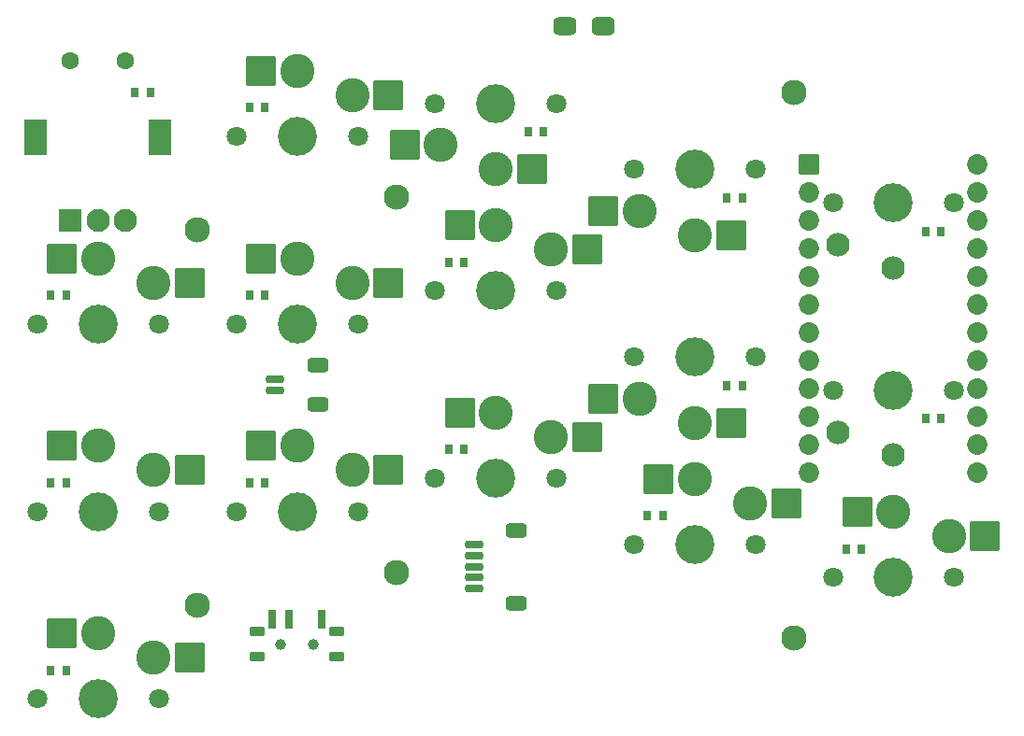
<source format=gbr>
%TF.GenerationSoftware,KiCad,Pcbnew,(7.0.0-0)*%
%TF.CreationDate,2023-02-20T17:01:47+08:00*%
%TF.ProjectId,left,6c656674-2e6b-4696-9361-645f70636258,v1.0.0*%
%TF.SameCoordinates,Original*%
%TF.FileFunction,Soldermask,Bot*%
%TF.FilePolarity,Negative*%
%FSLAX46Y46*%
G04 Gerber Fmt 4.6, Leading zero omitted, Abs format (unit mm)*
G04 Created by KiCad (PCBNEW (7.0.0-0)) date 2023-02-20 17:01:47*
%MOMM*%
%LPD*%
G01*
G04 APERTURE LIST*
G04 Aperture macros list*
%AMRoundRect*
0 Rectangle with rounded corners*
0 $1 Rounding radius*
0 $2 $3 $4 $5 $6 $7 $8 $9 X,Y pos of 4 corners*
0 Add a 4 corners polygon primitive as box body*
4,1,4,$2,$3,$4,$5,$6,$7,$8,$9,$2,$3,0*
0 Add four circle primitives for the rounded corners*
1,1,$1+$1,$2,$3*
1,1,$1+$1,$4,$5*
1,1,$1+$1,$6,$7*
1,1,$1+$1,$8,$9*
0 Add four rect primitives between the rounded corners*
20,1,$1+$1,$2,$3,$4,$5,0*
20,1,$1+$1,$4,$5,$6,$7,0*
20,1,$1+$1,$6,$7,$8,$9,0*
20,1,$1+$1,$8,$9,$2,$3,0*%
G04 Aperture macros list end*
%ADD10C,3.529000*%
%ADD11C,1.801800*%
%ADD12C,3.100000*%
%ADD13RoundRect,0.050000X-1.300000X-1.300000X1.300000X-1.300000X1.300000X1.300000X-1.300000X1.300000X0*%
%ADD14RoundRect,0.050000X0.300000X0.350000X-0.300000X0.350000X-0.300000X-0.350000X0.300000X-0.350000X0*%
%ADD15RoundRect,0.050000X-0.300000X-0.350000X0.300000X-0.350000X0.300000X0.350000X-0.300000X0.350000X0*%
%ADD16C,2.132000*%
%ADD17RoundRect,0.050000X1.000000X-1.000000X1.000000X1.000000X-1.000000X1.000000X-1.000000X-1.000000X0*%
%ADD18C,2.100000*%
%ADD19C,1.600000*%
%ADD20RoundRect,0.050000X1.000000X-1.600000X1.000000X1.600000X-1.000000X1.600000X-1.000000X-1.600000X0*%
%ADD21C,1.000000*%
%ADD22RoundRect,0.050000X0.300000X-0.762000X0.300000X0.762000X-0.300000X0.762000X-0.300000X-0.762000X0*%
%ADD23RoundRect,0.050000X0.600000X0.350000X-0.600000X0.350000X-0.600000X-0.350000X0.600000X-0.350000X0*%
%ADD24RoundRect,0.431000X0.619000X0.381000X-0.619000X0.381000X-0.619000X-0.381000X0.619000X-0.381000X0*%
%ADD25RoundRect,0.428000X0.622000X0.378000X-0.622000X0.378000X-0.622000X-0.378000X0.622000X-0.378000X0*%
%ADD26RoundRect,0.050000X-0.876300X0.876300X-0.876300X-0.876300X0.876300X-0.876300X0.876300X0.876300X0*%
%ADD27C,1.852600*%
%ADD28RoundRect,0.200000X-0.625000X0.150000X-0.625000X-0.150000X0.625000X-0.150000X0.625000X0.150000X0*%
%ADD29RoundRect,0.300000X-0.650000X0.350000X-0.650000X-0.350000X0.650000X-0.350000X0.650000X0.350000X0*%
%ADD30C,2.300000*%
G04 APERTURE END LIST*
D10*
%TO.C,S1*%
X0Y34000000D03*
D11*
X-5500000Y34000000D03*
X5500000Y34000000D03*
D12*
X5000000Y37750000D03*
X0Y39950000D03*
D13*
X-3275000Y39950000D03*
X8275000Y37750000D03*
%TD*%
D14*
%TO.C,D1*%
X-2900000Y36600000D03*
X-4300000Y36600000D03*
%TD*%
D10*
%TO.C,S2*%
X0Y17000000D03*
D11*
X-5500000Y17000000D03*
X5500000Y17000000D03*
D12*
X5000000Y20750000D03*
X0Y22950000D03*
D13*
X-3275000Y22950000D03*
X8275000Y20750000D03*
%TD*%
D14*
%TO.C,D2*%
X-2900000Y19600000D03*
X-4300000Y19600000D03*
%TD*%
D10*
%TO.C,S3*%
X0Y0D03*
D11*
X-5500000Y0D03*
X5500000Y0D03*
D12*
X5000000Y3750000D03*
X0Y5950000D03*
D13*
X-3275000Y5950000D03*
X8275000Y3750000D03*
%TD*%
D14*
%TO.C,D3*%
X-2900000Y2600000D03*
X-4300000Y2600000D03*
%TD*%
D10*
%TO.C,S4*%
X18000000Y51000000D03*
D11*
X12500000Y51000000D03*
X23500000Y51000000D03*
D12*
X23000000Y54750000D03*
X18000000Y56950000D03*
D13*
X14725000Y56950000D03*
X26275000Y54750000D03*
%TD*%
D14*
%TO.C,D4*%
X15100000Y53600000D03*
X13700000Y53600000D03*
%TD*%
D10*
%TO.C,S5*%
X18000000Y34000000D03*
D11*
X12500000Y34000000D03*
X23500000Y34000000D03*
D12*
X23000000Y37750000D03*
X18000000Y39950000D03*
D13*
X14725000Y39950000D03*
X26275000Y37750000D03*
%TD*%
D14*
%TO.C,D5*%
X15100000Y36600000D03*
X13700000Y36600000D03*
%TD*%
D10*
%TO.C,S6*%
X18000000Y17000000D03*
D11*
X12500000Y17000000D03*
X23500000Y17000000D03*
D12*
X23000000Y20750000D03*
X18000000Y22950000D03*
D13*
X14725000Y22950000D03*
X26275000Y20750000D03*
%TD*%
D14*
%TO.C,D6*%
X15100000Y19600000D03*
X13700000Y19600000D03*
%TD*%
D10*
%TO.C,S7*%
X36000000Y54000000D03*
D11*
X41500000Y54000000D03*
X30500000Y54000000D03*
D12*
X31000000Y50250000D03*
X36000000Y48050000D03*
D13*
X39275000Y48050000D03*
X27725000Y50250000D03*
%TD*%
D15*
%TO.C,D7*%
X38900000Y51400000D03*
X40300000Y51400000D03*
%TD*%
D10*
%TO.C,S8*%
X36000000Y37000000D03*
D11*
X30500000Y37000000D03*
X41500000Y37000000D03*
D12*
X41000000Y40750000D03*
X36000000Y42950000D03*
D13*
X32725000Y42950000D03*
X44275000Y40750000D03*
%TD*%
D14*
%TO.C,D8*%
X33100000Y39600000D03*
X31700000Y39600000D03*
%TD*%
D10*
%TO.C,S9*%
X36000000Y20000000D03*
D11*
X30500000Y20000000D03*
X41500000Y20000000D03*
D12*
X41000000Y23750000D03*
X36000000Y25950000D03*
D13*
X32725000Y25950000D03*
X44275000Y23750000D03*
%TD*%
D14*
%TO.C,D9*%
X33100000Y22600000D03*
X31700000Y22600000D03*
%TD*%
D10*
%TO.C,S10*%
X54000000Y48000000D03*
D11*
X59500000Y48000000D03*
X48500000Y48000000D03*
D12*
X49000000Y44250000D03*
X54000000Y42050000D03*
D13*
X57275000Y42050000D03*
X45725000Y44250000D03*
%TD*%
D15*
%TO.C,D10*%
X56900000Y45400000D03*
X58300000Y45400000D03*
%TD*%
D10*
%TO.C,S11*%
X54000000Y31000000D03*
D11*
X59500000Y31000000D03*
X48500000Y31000000D03*
D12*
X49000000Y27250000D03*
X54000000Y25050000D03*
D13*
X57275000Y25050000D03*
X45725000Y27250000D03*
%TD*%
D15*
%TO.C,D11*%
X56900000Y28400000D03*
X58300000Y28400000D03*
%TD*%
D10*
%TO.C,S12*%
X54000000Y14000000D03*
D11*
X48500000Y14000000D03*
X59500000Y14000000D03*
D12*
X59000000Y17750000D03*
X54000000Y19950000D03*
D13*
X50725000Y19950000D03*
X62275000Y17750000D03*
%TD*%
D14*
%TO.C,D12*%
X51100000Y16600000D03*
X49700000Y16600000D03*
%TD*%
D10*
%TO.C,S13*%
X72000000Y45000000D03*
D11*
X77500000Y45000000D03*
X66500000Y45000000D03*
D16*
X67000000Y41200000D03*
X72000000Y39100000D03*
%TD*%
D15*
%TO.C,D13*%
X74900000Y42400000D03*
X76300000Y42400000D03*
%TD*%
D10*
%TO.C,S14*%
X72000000Y28000000D03*
D11*
X77500000Y28000000D03*
X66500000Y28000000D03*
D16*
X67000000Y24200000D03*
X72000000Y22100000D03*
%TD*%
D15*
%TO.C,D14*%
X74900000Y25400000D03*
X76300000Y25400000D03*
%TD*%
D10*
%TO.C,S15*%
X72000000Y11000000D03*
D11*
X66500000Y11000000D03*
X77500000Y11000000D03*
D12*
X77000000Y14750000D03*
X72000000Y16950000D03*
D13*
X68725000Y16950000D03*
X80275000Y14750000D03*
%TD*%
D14*
%TO.C,D15*%
X69100000Y13600000D03*
X67700000Y13600000D03*
%TD*%
D17*
%TO.C,ROT1*%
X-2540000Y43380000D03*
D18*
X-40000Y43380000D03*
X2460000Y43380000D03*
D19*
X-2540000Y57880000D03*
X2460000Y57880000D03*
D20*
X-5640000Y50880000D03*
X5560000Y50880000D03*
%TD*%
D14*
%TO.C,D16*%
X4700000Y55000000D03*
X3300000Y55000000D03*
%TD*%
D21*
%TO.C,SS1*%
X16500000Y4950000D03*
X19500000Y4950000D03*
D22*
X20250000Y7200000D03*
X17250000Y7200000D03*
X15750000Y7200000D03*
D23*
X14400000Y6100000D03*
X14400000Y3800000D03*
X21600000Y6100000D03*
X21600000Y3800000D03*
%TD*%
D24*
%TO.C,SB1*%
X45750000Y61000000D03*
D25*
X42250000Y61000000D03*
%TD*%
D26*
%TO.C,MCU1*%
X64380000Y48470000D03*
D27*
X64380000Y45930000D03*
X64380000Y43390000D03*
X64380000Y40850000D03*
X64380000Y38310000D03*
X64380000Y35770000D03*
X64380000Y33230000D03*
X64380000Y30690000D03*
X64380000Y28150000D03*
X64380000Y25610000D03*
X64380000Y23070000D03*
X64380000Y20530000D03*
X79620000Y48470000D03*
X79620000Y45930000D03*
X79620000Y43390000D03*
X79620000Y40850000D03*
X79620000Y38310000D03*
X79620000Y35770000D03*
X79620000Y33230000D03*
X79620000Y30690000D03*
X79620000Y28150000D03*
X79620000Y25610000D03*
X79620000Y23070000D03*
X79620000Y20530000D03*
%TD*%
D28*
%TO.C,JB1*%
X16000000Y28000000D03*
X16000000Y29000000D03*
D29*
X19875000Y26700000D03*
X19875000Y30300000D03*
%TD*%
D28*
%TO.C,JC1*%
X34000000Y10000000D03*
X34000000Y11000000D03*
X34000000Y12000000D03*
X34000000Y13000000D03*
X34000000Y14000000D03*
D29*
X37875000Y15300000D03*
X37875000Y8700000D03*
%TD*%
D30*
%TO.C,H1*%
X9000000Y8500000D03*
%TD*%
%TO.C,H2*%
X9000000Y42500000D03*
%TD*%
%TO.C,H3*%
X27000000Y11500000D03*
%TD*%
%TO.C,H4*%
X27000000Y45500000D03*
%TD*%
%TO.C,H5*%
X63000000Y5500000D03*
%TD*%
%TO.C,H6*%
X63000000Y55000000D03*
%TD*%
M02*

</source>
